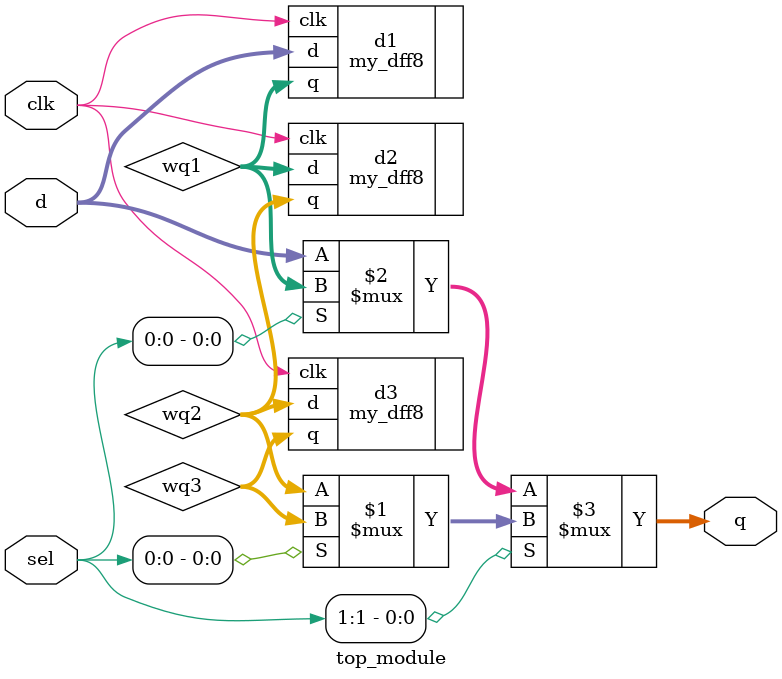
<source format=v>
module top_module ( 
    input clk, 
    input [7:0] d, 
    input [1:0] sel, 
    output [7:0] q 
);
    wire [7:0] wq1,wq2,wq3;

    my_dff8 d1(.clk(clk),.d(d),.q(wq1)),
            d2(.clk(clk),.d(wq1),.q(wq2)),
            d3(.clk(clk),.d(wq2),.q(wq3));

    assign q=sel[1]? (sel[0]? wq3 : wq2 ): (sel[0]? wq1 : d);
endmodule

</source>
